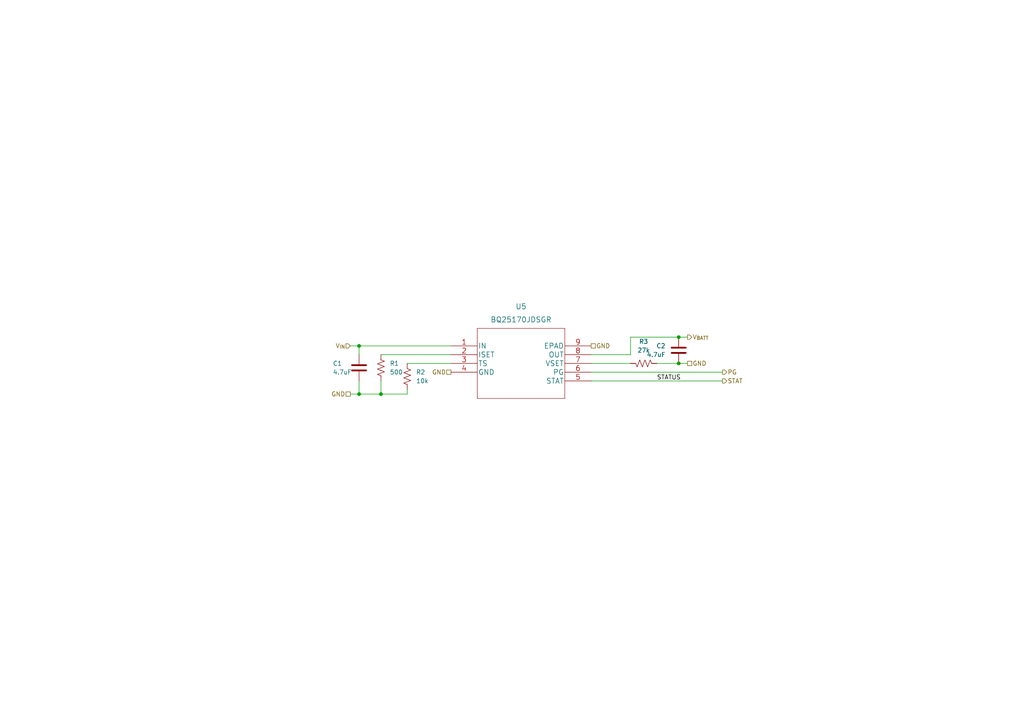
<source format=kicad_sch>
(kicad_sch (version 20211123) (generator eeschema)
  (paper "A4")
  (lib_symbols
    (symbol "BQ25170:BQ25170JDSGR" (pin_names (offset 0.254))
      (property "Reference" "U" (at 20.32 10.16 0))
      (property "Value" "BQ25170JDSGR" (at 20.32 7.62 0))
      (symbol "BQ25170JDSGR_1_1"
        (polyline (pts (xy 7.62 -15.24) (xy 33.02 -15.24)) (stroke (width 0.127)))
        (polyline (pts (xy 7.62 5.08) (xy 7.62 -15.24)) (stroke (width 0.127)))
        (polyline (pts (xy 33.02 -15.24) (xy 33.02 5.08)) (stroke (width 0.127)))
        (polyline (pts (xy 33.02 5.08) (xy 7.62 5.08)) (stroke (width 0.127)))
        (pin power_in line (at 0 0 0) (length 7.62) (name "IN") (number "1"))
        (pin input line (at 0 -2.54 0) (length 7.62) (name "ISET") (number "2"))
        (pin input line (at 0 -5.08 0) (length 7.62) (name "TS") (number "3"))
        (pin passive line (at 0 -7.62 0) (length 7.62) (name "GND") (number "4"))
        (pin open_collector line (at 40.64 -10.16 180) (length 7.62) (name "STAT") (number "5"))
        (pin open_collector line (at 40.64 -7.62 180) (length 7.62) (name "PG") (number "6"))
        (pin input line (at 40.64 -5.08 180) (length 7.62) (name "VSET") (number "7"))
        (pin power_out line (at 40.64 -2.54 180) (length 7.62) (name "OUT") (number "8"))
        (pin passive line (at 40.64 0 180) (length 7.62) (name "EPAD") (number "9"))
      )
    )
    (symbol "Device:C" (pin_numbers hide) (pin_names (offset 0.254))
      (property "Reference" "C" (at 0.635 2.54 0))
      (property "Value" "C" (at 0.635 -2.54 0))
      (symbol "C_0_1"
        (polyline (pts (xy -2.032 -0.762) (xy 2.032 -0.762)) (stroke (width 0.508)))
        (polyline (pts (xy -2.032 0.762) (xy 2.032 0.762)) (stroke (width 0.508)))
      )
      (symbol "C_1_1"
        (pin passive line (at 0 3.81 270) (length 2.794) (name "~") (number "1"))
        (pin passive line (at 0 -3.81 90) (length 2.794) (name "~") (number "2"))
      )
    )
    (symbol "Device:R_US" (pin_numbers hide) (pin_names (offset 0))
      (property "Reference" "R" (at 2.54 0 90))
      (property "Value" "R_US" (at -2.54 0 90))
      (symbol "R_US_0_1"
        (polyline (pts (xy 0 -2.286) (xy 0 -2.54)))
        (polyline (pts (xy 0 2.286) (xy 0 2.54)))
        (polyline (pts (xy 0 -0.762) (xy 1.016 -1.143) (xy 0 -1.524) (xy -1.016 -1.905) (xy 0 -2.286)))
        (polyline (pts (xy 0 0.762) (xy 1.016 0.381) (xy 0 0) (xy -1.016 -0.381) (xy 0 -0.762)))
        (polyline (pts (xy 0 2.286) (xy 1.016 1.905) (xy 0 1.524) (xy -1.016 1.143) (xy 0 0.762)))
      )
      (symbol "R_US_1_1"
        (pin passive line (at 0 3.81 270) (length 1.27) (name "~") (number "1"))
        (pin passive line (at 0 -3.81 90) (length 1.27) (name "~") (number "2"))
      )
    )
  )
  (junction (at 196.85 105.41))
  (junction (at 104.14 114.3))
  (junction (at 196.85 97.79))
  (junction (at 104.14 100.33))
  (junction (at 110.49 114.3))
  (wire (pts (xy 110.49 114.3) (xy 118.11 114.3)))
  (wire (pts (xy 171.45 102.87) (xy 182.88 102.87)))
  (wire (pts (xy 110.49 102.87) (xy 130.81 102.87)))
  (wire (pts (xy 190.5 105.41) (xy 196.85 105.41)))
  (wire (pts (xy 101.6 100.33) (xy 104.14 100.33)))
  (wire (pts (xy 118.11 113.03) (xy 118.11 114.3)))
  (wire (pts (xy 182.88 102.87) (xy 182.88 97.79)))
  (wire (pts (xy 171.45 110.49) (xy 209.55 110.49)))
  (wire (pts (xy 118.11 105.41) (xy 130.81 105.41)))
  (wire (pts (xy 104.14 100.33) (xy 130.81 100.33)))
  (wire (pts (xy 171.45 105.41) (xy 182.88 105.41)))
  (wire (pts (xy 182.88 97.79) (xy 196.85 97.79)))
  (wire (pts (xy 110.49 110.49) (xy 110.49 114.3)))
  (wire (pts (xy 104.14 102.87) (xy 104.14 100.33)))
  (wire (pts (xy 196.85 97.79) (xy 199.39 97.79)))
  (wire (pts (xy 196.85 105.41) (xy 199.39 105.41)))
  (wire (pts (xy 209.55 107.95) (xy 171.45 107.95)))
  (wire (pts (xy 104.14 114.3) (xy 110.49 114.3)))
  (wire (pts (xy 104.14 110.49) (xy 104.14 114.3)))
  (wire (pts (xy 101.6 114.3) (xy 104.14 114.3)))
  (label "STATUS" (at 190.5 110.49 0))
  (hierarchical_label "GND" (shape passive) (at 130.81 107.95 180))
  (hierarchical_label "STAT" (shape output) (at 209.55 110.49 0))
  (hierarchical_label "PG" (shape output) (at 209.55 107.95 0))
  (hierarchical_label "V_{IN}" (shape input) (at 101.6 100.33 180))
  (hierarchical_label "GND" (shape passive) (at 171.45 100.33 0))
  (hierarchical_label "GND" (shape passive) (at 199.39 105.41 0))
  (hierarchical_label "V_{BATT}" (shape output) (at 199.39 97.79 0))
  (hierarchical_label "GND" (shape passive) (at 101.6 114.3 180))
  (symbol (lib_id "Device:C") (at 104.14 106.68 0) (unit 1)
    (property "Reference" "C1" (at 96.52 105.41 0) (effects (justify left)))
    (property "Value" "4.7uF" (at 96.52 107.95 0) (effects (justify left)))
    (property "Footprint" "Capacitor_SMD:C_0603_1608Metric" (effects hide))
  )
  (symbol (lib_id "BQ25170:BQ25170JDSGR") (at 130.81 100.33 0) (unit 1)
    (property "Reference" "U5" (at 151.13 88.9 0) (effects (font (size 1.524 1.524))))
    (property "Value" "BQ25170JDSGR" (at 151.13 92.71 0) (effects (font (size 1.524 1.524))))
    (property "Footprint" "Package_SON:WSON-8-1EP_2x2mm_P0.5mm_EP0.9x1.6mm" (effects hide))
    (property "Datasheet" "https://www.ti.com/lit/ds/symlink/bq25170.pdf?ts=1668821758340&ref_url=https%253A%252F%252Fwww.ti.com%252Fproduct%252FBQ25170" (effects hide))
  )
  (symbol (lib_id "Device:R_US") (at 110.49 106.68 0) (unit 1)
    (property "Reference" "R1" (at 113.03 105.4099 0) (effects (justify left)))
    (property "Value" "500" (at 113.03 107.9499 0) (effects (justify left)))
    (property "Footprint" "Resistor_SMD:R_0603_1608Metric" (effects hide))
  )
  (symbol (lib_id "Device:R_US") (at 118.11 109.22 0) (unit 1)
    (property "Reference" "R2" (at 120.65 107.9499 0) (effects (justify left)))
    (property "Value" "10k" (at 120.65 110.4899 0) (effects (justify left)))
    (property "Footprint" "Resistor_SMD:R_0603_1608Metric" (effects hide))
  )
  (symbol (lib_id "Device:R_US") (at 186.69 105.41 270) (mirror x) (unit 1)
    (property "Reference" "R3" (at 186.69 99.06 90))
    (property "Value" "27k" (at 186.69 101.6 90))
    (property "Footprint" "Resistor_SMD:R_0603_1608Metric" (effects hide))
  )
  (symbol (lib_id "Device:C") (at 196.85 101.6 0) (mirror x) (unit 1)
    (property "Reference" "C2" (at 193.04 100.3299 0) (effects (justify right)))
    (property "Value" "4.7uF" (at 193.04 102.8699 0) (effects (justify right)))
    (property "Footprint" "Capacitor_SMD:C_0603_1608Metric" (effects hide))
  )
)
</source>
